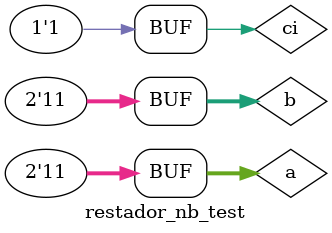
<source format=sv>
module restador_nb_test ();
	logic [1:0] a, b;
	logic ci;
	logic co;
	logic [1:0] rest;
	restador_nb #(2) uut (a,b,ci, rest,co);

	initial begin
		a=11; b=01; ci=1;
		#10;
		a=00; b=11; ci=1;
		#10;
		a=00; b=11; ci=0;
		#10;
		a=11; b=11; ci=1;
		#10;
	end


endmodule 
</source>
